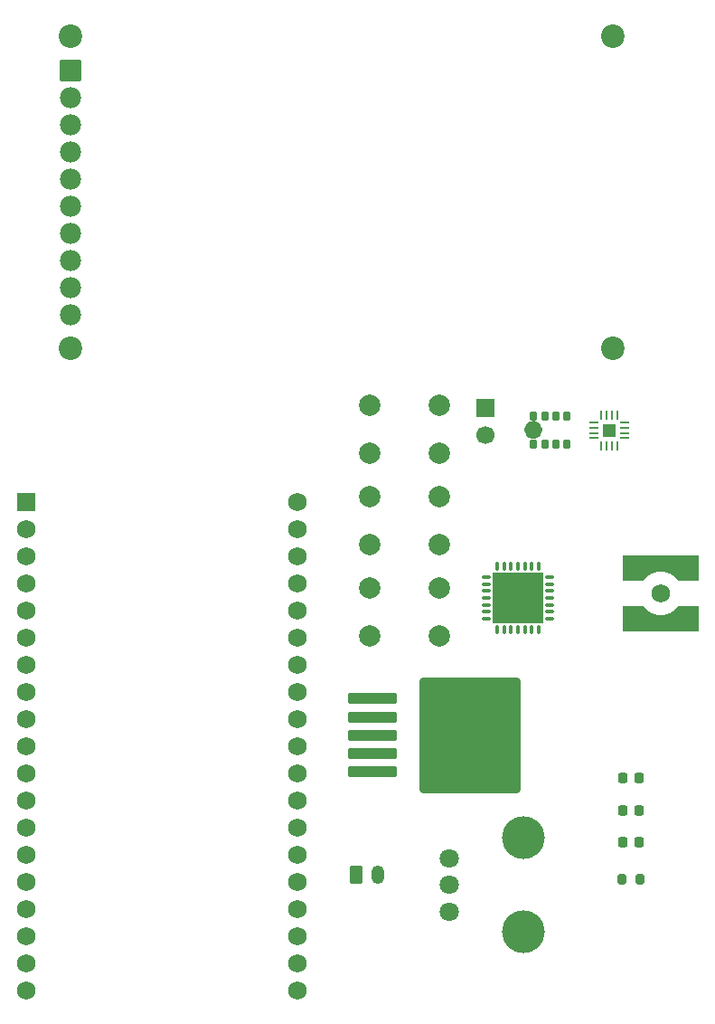
<source format=gbr>
%TF.GenerationSoftware,KiCad,Pcbnew,9.0.5*%
%TF.CreationDate,2025-11-09T15:59:44-08:00*%
%TF.ProjectId,Radio,52616469-6f2e-46b6-9963-61645f706362,rev?*%
%TF.SameCoordinates,Original*%
%TF.FileFunction,Soldermask,Top*%
%TF.FilePolarity,Negative*%
%FSLAX46Y46*%
G04 Gerber Fmt 4.6, Leading zero omitted, Abs format (unit mm)*
G04 Created by KiCad (PCBNEW 9.0.5) date 2025-11-09 15:59:44*
%MOMM*%
%LPD*%
G01*
G04 APERTURE LIST*
G04 Aperture macros list*
%AMRoundRect*
0 Rectangle with rounded corners*
0 $1 Rounding radius*
0 $2 $3 $4 $5 $6 $7 $8 $9 X,Y pos of 4 corners*
0 Add a 4 corners polygon primitive as box body*
4,1,4,$2,$3,$4,$5,$6,$7,$8,$9,$2,$3,0*
0 Add four circle primitives for the rounded corners*
1,1,$1+$1,$2,$3*
1,1,$1+$1,$4,$5*
1,1,$1+$1,$6,$7*
1,1,$1+$1,$8,$9*
0 Add four rect primitives between the rounded corners*
20,1,$1+$1,$2,$3,$4,$5,0*
20,1,$1+$1,$4,$5,$6,$7,0*
20,1,$1+$1,$6,$7,$8,$9,0*
20,1,$1+$1,$8,$9,$2,$3,0*%
%AMFreePoly0*
4,1,25,-1.500000,1.420000,-1.360000,1.280000,-1.205000,1.155000,-1.035000,1.045000,-0.860000,0.950000,-0.675000,0.875000,-0.480000,0.820000,-0.280000,0.780000,-0.085000,0.765000,0.085000,0.765000,0.280000,0.780000,0.480000,0.820000,0.675000,0.875000,0.860000,0.950000,1.035000,1.045000,1.205000,1.155000,1.360000,1.280000,1.500000,1.420000,1.645000,1.595000,3.555000,1.595000,
3.555000,-0.755000,-3.555000,-0.755000,-3.555000,1.595000,-1.645000,1.595000,-1.500000,1.420000,-1.500000,1.420000,$1*%
G04 Aperture macros list end*
%ADD10C,0.880000*%
%ADD11RoundRect,0.225000X-0.225000X-0.250000X0.225000X-0.250000X0.225000X0.250000X-0.225000X0.250000X0*%
%ADD12RoundRect,0.250000X-0.350000X-0.625000X0.350000X-0.625000X0.350000X0.625000X-0.350000X0.625000X0*%
%ADD13O,1.200000X1.750000*%
%ADD14C,2.000000*%
%ADD15C,2.200000*%
%ADD16RoundRect,0.102000X-0.889000X-0.889000X0.889000X-0.889000X0.889000X0.889000X-0.889000X0.889000X0*%
%ADD17C,1.982000*%
%ADD18RoundRect,0.062500X-0.350000X-0.062500X0.350000X-0.062500X0.350000X0.062500X-0.350000X0.062500X0*%
%ADD19RoundRect,0.062500X-0.062500X-0.350000X0.062500X-0.350000X0.062500X0.350000X-0.062500X0.350000X0*%
%ADD20R,1.230000X1.230000*%
%ADD21RoundRect,0.200000X-0.200000X-0.275000X0.200000X-0.275000X0.200000X0.275000X-0.200000X0.275000X0*%
%ADD22RoundRect,0.075000X-0.312500X-0.075000X0.312500X-0.075000X0.312500X0.075000X-0.312500X0.075000X0*%
%ADD23RoundRect,0.075000X-0.075000X-0.312500X0.075000X-0.312500X0.075000X0.312500X-0.075000X0.312500X0*%
%ADD24R,4.800000X4.800000*%
%ADD25C,4.000000*%
%ADD26C,1.800000*%
%ADD27RoundRect,0.250000X-2.050000X-0.300000X2.050000X-0.300000X2.050000X0.300000X-2.050000X0.300000X0*%
%ADD28RoundRect,0.250002X-4.449998X-5.149998X4.449998X-5.149998X4.449998X5.149998X-4.449998X5.149998X0*%
%ADD29C,0.750000*%
%ADD30RoundRect,0.102000X-0.200000X-0.300000X0.200000X-0.300000X0.200000X0.300000X-0.200000X0.300000X0*%
%ADD31RoundRect,0.102000X-0.765000X-0.765000X0.765000X-0.765000X0.765000X0.765000X-0.765000X0.765000X0*%
%ADD32C,1.734000*%
%ADD33R,1.700000X1.700000*%
%ADD34C,1.700000*%
%ADD35C,1.730000*%
%ADD36FreePoly0,180.000000*%
%ADD37FreePoly0,0.000000*%
G04 APERTURE END LIST*
D10*
%TO.C,MK2*%
X177280000Y-84170000D02*
G75*
G02*
X176400000Y-84170000I-440000J0D01*
G01*
X176400000Y-84170000D02*
G75*
G02*
X177280000Y-84170000I440000J0D01*
G01*
%TD*%
D11*
%TO.C,C2*%
X185225000Y-119750000D03*
X186775000Y-119750000D03*
%TD*%
D12*
%TO.C,BT1*%
X160250000Y-125800000D03*
D13*
X162250000Y-125800000D03*
%TD*%
D14*
%TO.C,SW2*%
X161557500Y-90430000D03*
X168057500Y-90430000D03*
X161557500Y-94930000D03*
X168057500Y-94930000D03*
%TD*%
D11*
%TO.C,C3*%
X185200000Y-122750000D03*
X186750000Y-122750000D03*
%TD*%
D15*
%TO.C,U5*%
X133532500Y-47330000D03*
X133532500Y-76540000D03*
X184332500Y-47330000D03*
X184332500Y-76540000D03*
D16*
X133532500Y-50505000D03*
D17*
X133532500Y-53045000D03*
X133532500Y-55585000D03*
X133532500Y-58125000D03*
X133532500Y-60665000D03*
X133532500Y-63205000D03*
X133532500Y-65745000D03*
X133532500Y-68285000D03*
X133532500Y-70825000D03*
X133532500Y-73365000D03*
%TD*%
D18*
%TO.C,U3*%
X182502500Y-83440000D03*
X182502500Y-83940000D03*
X182502500Y-84440000D03*
X182502500Y-84940000D03*
D19*
X183190000Y-85627500D03*
X183690000Y-85627500D03*
X184190000Y-85627500D03*
X184690000Y-85627500D03*
D18*
X185377500Y-84940000D03*
X185377500Y-84440000D03*
X185377500Y-83940000D03*
X185377500Y-83440000D03*
D19*
X184690000Y-82752500D03*
X184190000Y-82752500D03*
X183690000Y-82752500D03*
X183190000Y-82752500D03*
D20*
X183940000Y-84190000D03*
%TD*%
D21*
%TO.C,R1*%
X185175000Y-126250000D03*
X186825000Y-126250000D03*
%TD*%
D22*
%TO.C,U2*%
X172412500Y-97950000D03*
X172412500Y-98600000D03*
X172412500Y-99250000D03*
X172412500Y-99900000D03*
X172412500Y-100550000D03*
X172412500Y-101200000D03*
X172412500Y-101850000D03*
D23*
X173450000Y-102887500D03*
X174100000Y-102887500D03*
X174750000Y-102887500D03*
X175400000Y-102887500D03*
X176050000Y-102887500D03*
X176700000Y-102887500D03*
X177350000Y-102887500D03*
D22*
X178387500Y-101850000D03*
X178387500Y-101200000D03*
X178387500Y-100550000D03*
X178387500Y-99900000D03*
X178387500Y-99250000D03*
X178387500Y-98600000D03*
X178387500Y-97950000D03*
D23*
X177350000Y-96912500D03*
X176700000Y-96912500D03*
X176050000Y-96912500D03*
X175400000Y-96912500D03*
X174750000Y-96912500D03*
X174100000Y-96912500D03*
X173450000Y-96912500D03*
D24*
X175400000Y-99900000D03*
%TD*%
D25*
%TO.C,RV1*%
X175950000Y-122350000D03*
X175950000Y-131150000D03*
D26*
X168950000Y-129250000D03*
X168950000Y-126750000D03*
X168950000Y-124250000D03*
%TD*%
D14*
%TO.C,SW3*%
X161557500Y-98980000D03*
X168057500Y-98980000D03*
X161557500Y-103480000D03*
X168057500Y-103480000D03*
%TD*%
D27*
%TO.C,U4*%
X161775000Y-109325000D03*
X161775000Y-111025000D03*
X161775000Y-112725000D03*
X161775000Y-114425000D03*
X161775000Y-116125000D03*
D28*
X170925000Y-112725000D03*
%TD*%
D29*
%TO.C,MK2*%
X176840000Y-84170000D03*
D30*
X180000000Y-82840000D03*
X178950000Y-82840000D03*
X177900000Y-82840000D03*
X176850000Y-82840000D03*
X176850000Y-85500000D03*
X177900000Y-85500000D03*
X178950000Y-85500000D03*
X180000000Y-85500000D03*
%TD*%
D11*
%TO.C,C1*%
X185225000Y-116750000D03*
X186775000Y-116750000D03*
%TD*%
D31*
%TO.C,U6*%
X129350000Y-90900000D03*
D32*
X129350000Y-93440000D03*
X129350000Y-95980000D03*
X129350000Y-98520000D03*
X129350000Y-101060000D03*
X129350000Y-103600000D03*
X129350000Y-106140000D03*
X129350000Y-108680000D03*
X129350000Y-111220000D03*
X129350000Y-113760000D03*
X129350000Y-116300000D03*
X129350000Y-118840000D03*
X129350000Y-121380000D03*
X129350000Y-123920000D03*
X129350000Y-126460000D03*
X129350000Y-129000000D03*
X129350000Y-131540000D03*
X129350000Y-134080000D03*
X129350000Y-136620000D03*
X154750000Y-136620000D03*
X154750000Y-134080000D03*
X154750000Y-131540000D03*
X154750000Y-129000000D03*
X154750000Y-126460000D03*
X154750000Y-123920000D03*
X154750000Y-121380000D03*
X154750000Y-118840000D03*
X154750000Y-116300000D03*
X154750000Y-113760000D03*
X154750000Y-111220000D03*
X154750000Y-108680000D03*
X154750000Y-106140000D03*
X154750000Y-103600000D03*
X154750000Y-101060000D03*
X154750000Y-98520000D03*
X154750000Y-95980000D03*
X154750000Y-93440000D03*
X154750000Y-90900000D03*
%TD*%
D33*
%TO.C,LS1*%
X172377500Y-82150000D03*
D34*
X172377500Y-84690000D03*
%TD*%
D14*
%TO.C,SW1*%
X161557500Y-81880000D03*
X168057500Y-81880000D03*
X161557500Y-86380000D03*
X168057500Y-86380000D03*
%TD*%
D35*
%TO.C,J1*%
X188750000Y-99500000D03*
D36*
X188750000Y-96700000D03*
D37*
X188750000Y-102300000D03*
%TD*%
M02*

</source>
